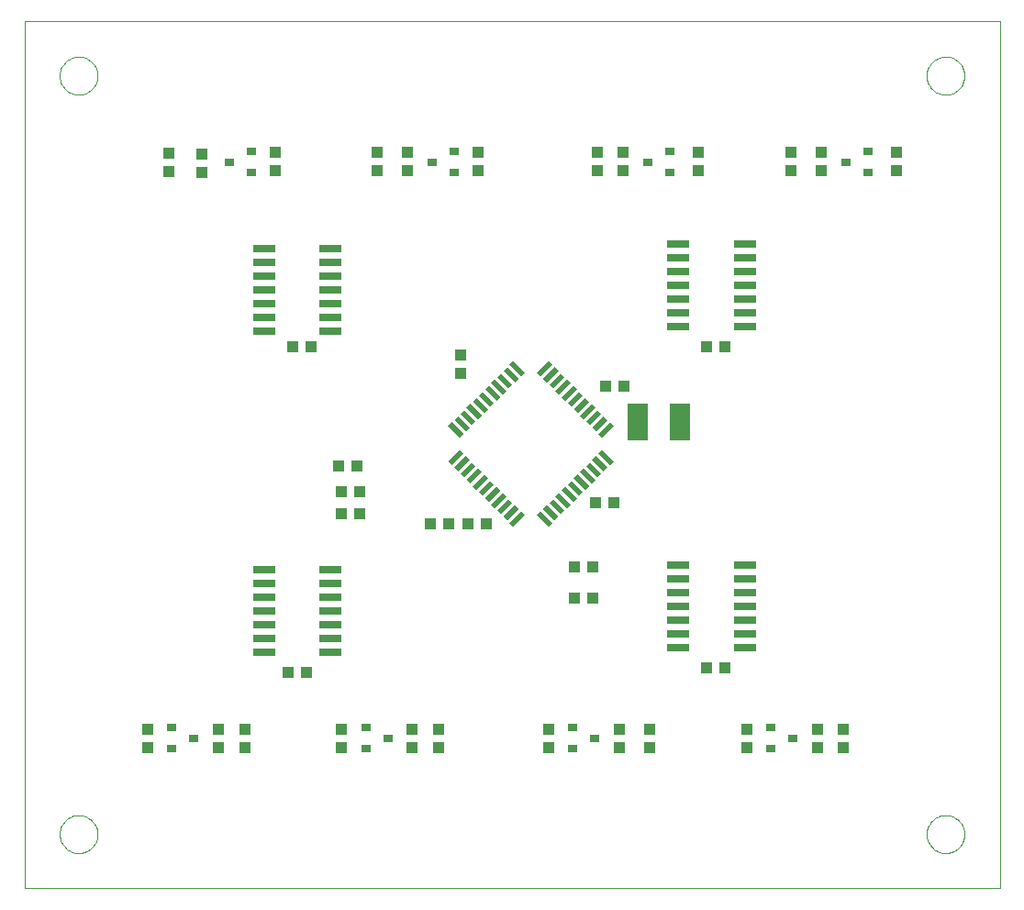
<source format=gtp>
G75*
G70*
%OFA0B0*%
%FSLAX24Y24*%
%IPPOS*%
%LPD*%
%AMOC8*
5,1,8,0,0,1.08239X$1,22.5*
%
%ADD10C,0.0000*%
%ADD11R,0.0394X0.0433*%
%ADD12R,0.0433X0.0394*%
%ADD13R,0.0591X0.0197*%
%ADD14R,0.0197X0.0591*%
%ADD15R,0.0748X0.1339*%
%ADD16R,0.0800X0.0260*%
%ADD17R,0.0350X0.0310*%
D10*
X001140Y001640D02*
X001140Y033136D01*
X036573Y033136D01*
X036573Y001640D01*
X001140Y001640D01*
X002420Y003609D02*
X002422Y003661D01*
X002428Y003713D01*
X002438Y003764D01*
X002451Y003814D01*
X002469Y003864D01*
X002490Y003911D01*
X002514Y003957D01*
X002543Y004001D01*
X002574Y004043D01*
X002608Y004082D01*
X002645Y004119D01*
X002685Y004152D01*
X002728Y004183D01*
X002772Y004210D01*
X002818Y004234D01*
X002867Y004254D01*
X002916Y004270D01*
X002967Y004283D01*
X003018Y004292D01*
X003070Y004297D01*
X003122Y004298D01*
X003174Y004295D01*
X003226Y004288D01*
X003277Y004277D01*
X003327Y004263D01*
X003376Y004244D01*
X003423Y004222D01*
X003468Y004197D01*
X003512Y004168D01*
X003553Y004136D01*
X003592Y004101D01*
X003627Y004063D01*
X003660Y004022D01*
X003690Y003980D01*
X003716Y003935D01*
X003739Y003888D01*
X003758Y003839D01*
X003774Y003789D01*
X003786Y003739D01*
X003794Y003687D01*
X003798Y003635D01*
X003798Y003583D01*
X003794Y003531D01*
X003786Y003479D01*
X003774Y003429D01*
X003758Y003379D01*
X003739Y003330D01*
X003716Y003283D01*
X003690Y003238D01*
X003660Y003196D01*
X003627Y003155D01*
X003592Y003117D01*
X003553Y003082D01*
X003512Y003050D01*
X003468Y003021D01*
X003423Y002996D01*
X003376Y002974D01*
X003327Y002955D01*
X003277Y002941D01*
X003226Y002930D01*
X003174Y002923D01*
X003122Y002920D01*
X003070Y002921D01*
X003018Y002926D01*
X002967Y002935D01*
X002916Y002948D01*
X002867Y002964D01*
X002818Y002984D01*
X002772Y003008D01*
X002728Y003035D01*
X002685Y003066D01*
X002645Y003099D01*
X002608Y003136D01*
X002574Y003175D01*
X002543Y003217D01*
X002514Y003261D01*
X002490Y003307D01*
X002469Y003354D01*
X002451Y003404D01*
X002438Y003454D01*
X002428Y003505D01*
X002422Y003557D01*
X002420Y003609D01*
X002420Y031168D02*
X002422Y031220D01*
X002428Y031272D01*
X002438Y031323D01*
X002451Y031373D01*
X002469Y031423D01*
X002490Y031470D01*
X002514Y031516D01*
X002543Y031560D01*
X002574Y031602D01*
X002608Y031641D01*
X002645Y031678D01*
X002685Y031711D01*
X002728Y031742D01*
X002772Y031769D01*
X002818Y031793D01*
X002867Y031813D01*
X002916Y031829D01*
X002967Y031842D01*
X003018Y031851D01*
X003070Y031856D01*
X003122Y031857D01*
X003174Y031854D01*
X003226Y031847D01*
X003277Y031836D01*
X003327Y031822D01*
X003376Y031803D01*
X003423Y031781D01*
X003468Y031756D01*
X003512Y031727D01*
X003553Y031695D01*
X003592Y031660D01*
X003627Y031622D01*
X003660Y031581D01*
X003690Y031539D01*
X003716Y031494D01*
X003739Y031447D01*
X003758Y031398D01*
X003774Y031348D01*
X003786Y031298D01*
X003794Y031246D01*
X003798Y031194D01*
X003798Y031142D01*
X003794Y031090D01*
X003786Y031038D01*
X003774Y030988D01*
X003758Y030938D01*
X003739Y030889D01*
X003716Y030842D01*
X003690Y030797D01*
X003660Y030755D01*
X003627Y030714D01*
X003592Y030676D01*
X003553Y030641D01*
X003512Y030609D01*
X003468Y030580D01*
X003423Y030555D01*
X003376Y030533D01*
X003327Y030514D01*
X003277Y030500D01*
X003226Y030489D01*
X003174Y030482D01*
X003122Y030479D01*
X003070Y030480D01*
X003018Y030485D01*
X002967Y030494D01*
X002916Y030507D01*
X002867Y030523D01*
X002818Y030543D01*
X002772Y030567D01*
X002728Y030594D01*
X002685Y030625D01*
X002645Y030658D01*
X002608Y030695D01*
X002574Y030734D01*
X002543Y030776D01*
X002514Y030820D01*
X002490Y030866D01*
X002469Y030913D01*
X002451Y030963D01*
X002438Y031013D01*
X002428Y031064D01*
X002422Y031116D01*
X002420Y031168D01*
X033916Y031168D02*
X033918Y031220D01*
X033924Y031272D01*
X033934Y031323D01*
X033947Y031373D01*
X033965Y031423D01*
X033986Y031470D01*
X034010Y031516D01*
X034039Y031560D01*
X034070Y031602D01*
X034104Y031641D01*
X034141Y031678D01*
X034181Y031711D01*
X034224Y031742D01*
X034268Y031769D01*
X034314Y031793D01*
X034363Y031813D01*
X034412Y031829D01*
X034463Y031842D01*
X034514Y031851D01*
X034566Y031856D01*
X034618Y031857D01*
X034670Y031854D01*
X034722Y031847D01*
X034773Y031836D01*
X034823Y031822D01*
X034872Y031803D01*
X034919Y031781D01*
X034964Y031756D01*
X035008Y031727D01*
X035049Y031695D01*
X035088Y031660D01*
X035123Y031622D01*
X035156Y031581D01*
X035186Y031539D01*
X035212Y031494D01*
X035235Y031447D01*
X035254Y031398D01*
X035270Y031348D01*
X035282Y031298D01*
X035290Y031246D01*
X035294Y031194D01*
X035294Y031142D01*
X035290Y031090D01*
X035282Y031038D01*
X035270Y030988D01*
X035254Y030938D01*
X035235Y030889D01*
X035212Y030842D01*
X035186Y030797D01*
X035156Y030755D01*
X035123Y030714D01*
X035088Y030676D01*
X035049Y030641D01*
X035008Y030609D01*
X034964Y030580D01*
X034919Y030555D01*
X034872Y030533D01*
X034823Y030514D01*
X034773Y030500D01*
X034722Y030489D01*
X034670Y030482D01*
X034618Y030479D01*
X034566Y030480D01*
X034514Y030485D01*
X034463Y030494D01*
X034412Y030507D01*
X034363Y030523D01*
X034314Y030543D01*
X034268Y030567D01*
X034224Y030594D01*
X034181Y030625D01*
X034141Y030658D01*
X034104Y030695D01*
X034070Y030734D01*
X034039Y030776D01*
X034010Y030820D01*
X033986Y030866D01*
X033965Y030913D01*
X033947Y030963D01*
X033934Y031013D01*
X033924Y031064D01*
X033918Y031116D01*
X033916Y031168D01*
X033916Y003609D02*
X033918Y003661D01*
X033924Y003713D01*
X033934Y003764D01*
X033947Y003814D01*
X033965Y003864D01*
X033986Y003911D01*
X034010Y003957D01*
X034039Y004001D01*
X034070Y004043D01*
X034104Y004082D01*
X034141Y004119D01*
X034181Y004152D01*
X034224Y004183D01*
X034268Y004210D01*
X034314Y004234D01*
X034363Y004254D01*
X034412Y004270D01*
X034463Y004283D01*
X034514Y004292D01*
X034566Y004297D01*
X034618Y004298D01*
X034670Y004295D01*
X034722Y004288D01*
X034773Y004277D01*
X034823Y004263D01*
X034872Y004244D01*
X034919Y004222D01*
X034964Y004197D01*
X035008Y004168D01*
X035049Y004136D01*
X035088Y004101D01*
X035123Y004063D01*
X035156Y004022D01*
X035186Y003980D01*
X035212Y003935D01*
X035235Y003888D01*
X035254Y003839D01*
X035270Y003789D01*
X035282Y003739D01*
X035290Y003687D01*
X035294Y003635D01*
X035294Y003583D01*
X035290Y003531D01*
X035282Y003479D01*
X035270Y003429D01*
X035254Y003379D01*
X035235Y003330D01*
X035212Y003283D01*
X035186Y003238D01*
X035156Y003196D01*
X035123Y003155D01*
X035088Y003117D01*
X035049Y003082D01*
X035008Y003050D01*
X034964Y003021D01*
X034919Y002996D01*
X034872Y002974D01*
X034823Y002955D01*
X034773Y002941D01*
X034722Y002930D01*
X034670Y002923D01*
X034618Y002920D01*
X034566Y002921D01*
X034514Y002926D01*
X034463Y002935D01*
X034412Y002948D01*
X034363Y002964D01*
X034314Y002984D01*
X034268Y003008D01*
X034224Y003035D01*
X034181Y003066D01*
X034141Y003099D01*
X034104Y003136D01*
X034070Y003175D01*
X034039Y003217D01*
X034010Y003261D01*
X033986Y003307D01*
X033965Y003354D01*
X033947Y003404D01*
X033934Y003454D01*
X033924Y003505D01*
X033918Y003557D01*
X033916Y003609D01*
D11*
X021795Y012200D03*
X021125Y012200D03*
X021125Y013320D03*
X021795Y013320D03*
X016980Y020345D03*
X016980Y021015D03*
X013235Y016980D03*
X012565Y016980D03*
X012645Y016040D03*
X013315Y016040D03*
X013315Y015240D03*
X012645Y015240D03*
D12*
X015885Y014900D03*
X016555Y014900D03*
X017265Y014880D03*
X017935Y014880D03*
X021885Y015640D03*
X022555Y015640D03*
X022245Y019880D03*
X022915Y019880D03*
X025925Y021320D03*
X026595Y021320D03*
X025620Y027705D03*
X025620Y028375D03*
X022900Y028375D03*
X022900Y027705D03*
X021940Y027705D03*
X021940Y028375D03*
X017620Y028375D03*
X017620Y027705D03*
X015060Y027705D03*
X015060Y028375D03*
X013940Y028375D03*
X013940Y027705D03*
X010260Y027705D03*
X010260Y028375D03*
X007580Y028335D03*
X007580Y027665D03*
X006380Y027685D03*
X006380Y028355D03*
X010885Y021320D03*
X011555Y021320D03*
X011395Y009480D03*
X010725Y009480D03*
X009140Y007415D03*
X009140Y006745D03*
X008180Y006745D03*
X008180Y007415D03*
X005620Y007415D03*
X005620Y006745D03*
X012660Y006745D03*
X012660Y007415D03*
X015220Y007415D03*
X015220Y006745D03*
X016180Y006745D03*
X016180Y007415D03*
X020180Y007415D03*
X020180Y006745D03*
X022740Y006745D03*
X022740Y007415D03*
X023860Y007415D03*
X023860Y006745D03*
X027380Y006745D03*
X027380Y007415D03*
X026595Y009640D03*
X025925Y009640D03*
X029940Y007415D03*
X029940Y006745D03*
X030900Y006745D03*
X030900Y007415D03*
X030100Y027705D03*
X030100Y028375D03*
X028980Y028375D03*
X028980Y027705D03*
X032820Y027705D03*
X032820Y028375D03*
D13*
G36*
X022322Y018663D02*
X021906Y018247D01*
X021768Y018385D01*
X022184Y018801D01*
X022322Y018663D01*
G37*
G36*
X022545Y018440D02*
X022129Y018024D01*
X021991Y018162D01*
X022407Y018578D01*
X022545Y018440D01*
G37*
G36*
X022100Y018886D02*
X021684Y018470D01*
X021546Y018608D01*
X021962Y019024D01*
X022100Y018886D01*
G37*
G36*
X021877Y019108D02*
X021461Y018692D01*
X021323Y018830D01*
X021739Y019246D01*
X021877Y019108D01*
G37*
G36*
X021654Y019331D02*
X021238Y018915D01*
X021100Y019053D01*
X021516Y019469D01*
X021654Y019331D01*
G37*
G36*
X021432Y019554D02*
X021016Y019138D01*
X020878Y019276D01*
X021294Y019692D01*
X021432Y019554D01*
G37*
G36*
X021209Y019776D02*
X020793Y019360D01*
X020655Y019498D01*
X021071Y019914D01*
X021209Y019776D01*
G37*
G36*
X020986Y019999D02*
X020570Y019583D01*
X020432Y019721D01*
X020848Y020137D01*
X020986Y019999D01*
G37*
G36*
X020764Y020222D02*
X020348Y019806D01*
X020210Y019944D01*
X020626Y020360D01*
X020764Y020222D01*
G37*
G36*
X020541Y020444D02*
X020125Y020028D01*
X019987Y020166D01*
X020403Y020582D01*
X020541Y020444D01*
G37*
G36*
X020318Y020667D02*
X019902Y020251D01*
X019764Y020389D01*
X020180Y020805D01*
X020318Y020667D01*
G37*
G36*
X017089Y017438D02*
X016673Y017022D01*
X016535Y017160D01*
X016951Y017576D01*
X017089Y017438D01*
G37*
G36*
X017312Y017215D02*
X016896Y016799D01*
X016758Y016937D01*
X017174Y017353D01*
X017312Y017215D01*
G37*
G36*
X017534Y016992D02*
X017118Y016576D01*
X016980Y016714D01*
X017396Y017130D01*
X017534Y016992D01*
G37*
G36*
X017757Y016770D02*
X017341Y016354D01*
X017203Y016492D01*
X017619Y016908D01*
X017757Y016770D01*
G37*
G36*
X017980Y016547D02*
X017564Y016131D01*
X017426Y016269D01*
X017842Y016685D01*
X017980Y016547D01*
G37*
G36*
X018202Y016324D02*
X017786Y015908D01*
X017648Y016046D01*
X018064Y016462D01*
X018202Y016324D01*
G37*
G36*
X018425Y016102D02*
X018009Y015686D01*
X017871Y015824D01*
X018287Y016240D01*
X018425Y016102D01*
G37*
G36*
X018648Y015879D02*
X018232Y015463D01*
X018094Y015601D01*
X018510Y016017D01*
X018648Y015879D01*
G37*
G36*
X018870Y015656D02*
X018454Y015240D01*
X018316Y015378D01*
X018732Y015794D01*
X018870Y015656D01*
G37*
G36*
X019093Y015434D02*
X018677Y015018D01*
X018539Y015156D01*
X018955Y015572D01*
X019093Y015434D01*
G37*
G36*
X019316Y015211D02*
X018900Y014795D01*
X018762Y014933D01*
X019178Y015349D01*
X019316Y015211D01*
G37*
D14*
G36*
X020318Y014933D02*
X020180Y014795D01*
X019764Y015211D01*
X019902Y015349D01*
X020318Y014933D01*
G37*
G36*
X020541Y015156D02*
X020403Y015018D01*
X019987Y015434D01*
X020125Y015572D01*
X020541Y015156D01*
G37*
G36*
X020764Y015378D02*
X020626Y015240D01*
X020210Y015656D01*
X020348Y015794D01*
X020764Y015378D01*
G37*
G36*
X020986Y015601D02*
X020848Y015463D01*
X020432Y015879D01*
X020570Y016017D01*
X020986Y015601D01*
G37*
G36*
X021209Y015824D02*
X021071Y015686D01*
X020655Y016102D01*
X020793Y016240D01*
X021209Y015824D01*
G37*
G36*
X021432Y016046D02*
X021294Y015908D01*
X020878Y016324D01*
X021016Y016462D01*
X021432Y016046D01*
G37*
G36*
X021654Y016269D02*
X021516Y016131D01*
X021100Y016547D01*
X021238Y016685D01*
X021654Y016269D01*
G37*
G36*
X021877Y016492D02*
X021739Y016354D01*
X021323Y016770D01*
X021461Y016908D01*
X021877Y016492D01*
G37*
G36*
X022100Y016714D02*
X021962Y016576D01*
X021546Y016992D01*
X021684Y017130D01*
X022100Y016714D01*
G37*
G36*
X022322Y016937D02*
X022184Y016799D01*
X021768Y017215D01*
X021906Y017353D01*
X022322Y016937D01*
G37*
G36*
X022545Y017160D02*
X022407Y017022D01*
X021991Y017438D01*
X022129Y017576D01*
X022545Y017160D01*
G37*
G36*
X019316Y020389D02*
X019178Y020251D01*
X018762Y020667D01*
X018900Y020805D01*
X019316Y020389D01*
G37*
G36*
X019093Y020166D02*
X018955Y020028D01*
X018539Y020444D01*
X018677Y020582D01*
X019093Y020166D01*
G37*
G36*
X018870Y019944D02*
X018732Y019806D01*
X018316Y020222D01*
X018454Y020360D01*
X018870Y019944D01*
G37*
G36*
X018648Y019721D02*
X018510Y019583D01*
X018094Y019999D01*
X018232Y020137D01*
X018648Y019721D01*
G37*
G36*
X018425Y019498D02*
X018287Y019360D01*
X017871Y019776D01*
X018009Y019914D01*
X018425Y019498D01*
G37*
G36*
X018202Y019276D02*
X018064Y019138D01*
X017648Y019554D01*
X017786Y019692D01*
X018202Y019276D01*
G37*
G36*
X017980Y019053D02*
X017842Y018915D01*
X017426Y019331D01*
X017564Y019469D01*
X017980Y019053D01*
G37*
G36*
X017757Y018830D02*
X017619Y018692D01*
X017203Y019108D01*
X017341Y019246D01*
X017757Y018830D01*
G37*
G36*
X017534Y018608D02*
X017396Y018470D01*
X016980Y018886D01*
X017118Y019024D01*
X017534Y018608D01*
G37*
G36*
X017312Y018385D02*
X017174Y018247D01*
X016758Y018663D01*
X016896Y018801D01*
X017312Y018385D01*
G37*
G36*
X017089Y018162D02*
X016951Y018024D01*
X016535Y018440D01*
X016673Y018578D01*
X017089Y018162D01*
G37*
D15*
X023412Y018600D03*
X024948Y018600D03*
D16*
X024890Y022060D03*
X024890Y022560D03*
X024890Y023060D03*
X024890Y023560D03*
X024890Y024060D03*
X024890Y024560D03*
X024890Y025060D03*
X027310Y025060D03*
X027310Y024560D03*
X027310Y024060D03*
X027310Y023560D03*
X027310Y023060D03*
X027310Y022560D03*
X027310Y022060D03*
X027310Y013380D03*
X027310Y012880D03*
X027310Y012380D03*
X027310Y011880D03*
X027310Y011380D03*
X027310Y010880D03*
X027310Y010380D03*
X024890Y010380D03*
X024890Y010880D03*
X024890Y011380D03*
X024890Y011880D03*
X024890Y012380D03*
X024890Y012880D03*
X024890Y013380D03*
X012270Y013220D03*
X012270Y012720D03*
X012270Y012220D03*
X012270Y011720D03*
X012270Y011220D03*
X012270Y010720D03*
X012270Y010220D03*
X009850Y010220D03*
X009850Y010720D03*
X009850Y011220D03*
X009850Y011720D03*
X009850Y012220D03*
X009850Y012720D03*
X009850Y013220D03*
X009850Y021900D03*
X009850Y022400D03*
X009850Y022900D03*
X009850Y023400D03*
X009850Y023900D03*
X009850Y024400D03*
X009850Y024900D03*
X012270Y024900D03*
X012270Y024400D03*
X012270Y023900D03*
X012270Y023400D03*
X012270Y022900D03*
X012270Y022400D03*
X012270Y021900D03*
D17*
X009380Y027650D03*
X009380Y028410D03*
X008580Y028030D03*
X015940Y028030D03*
X016740Y027650D03*
X016740Y028410D03*
X023780Y028030D03*
X024580Y027650D03*
X024580Y028410D03*
X030980Y028030D03*
X031780Y027650D03*
X031780Y028410D03*
X028260Y007470D03*
X028260Y006710D03*
X029060Y007090D03*
X021860Y007090D03*
X021060Y006710D03*
X021060Y007470D03*
X014340Y007090D03*
X013540Y006710D03*
X013540Y007470D03*
X007300Y007090D03*
X006500Y006710D03*
X006500Y007470D03*
M02*

</source>
